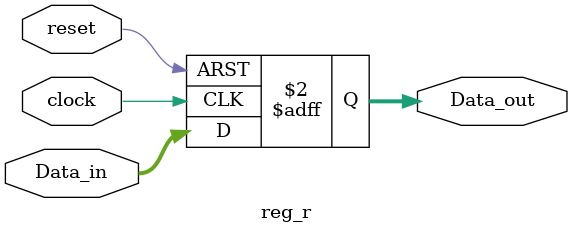
<source format=sv>
module reg_r ( 

input logic [7:0] Data_in,
input logic clock, reset,
output logic [7:0] Data_out);

always_ff @ ( posedge reset or posedge clock) 
	if (reset) Data_out <= 8'b0;

else Data_out <= Data_in;

endmodule
</source>
